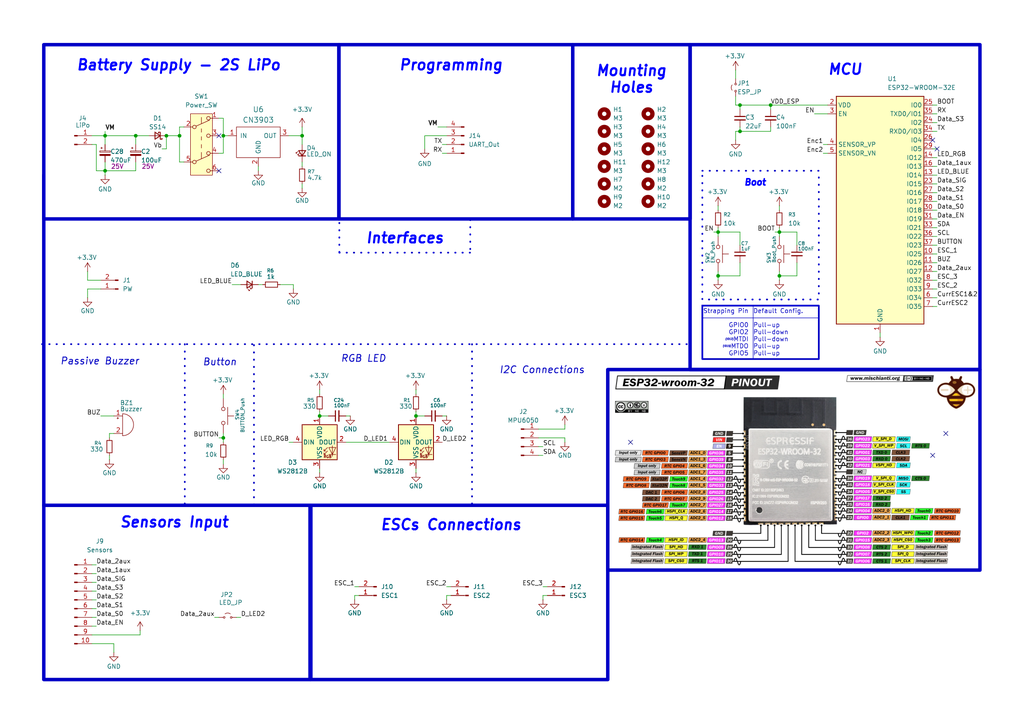
<source format=kicad_sch>
(kicad_sch (version 20250114) (generator "eeschema") (generator_version "9.0")
  (paper "A4")
  (title_block (title "MagicAlonso main control PCB") (date "2025-06-01") (company "JRegi"))
  (lib_symbols
    (symbol "Connector:Conn_01x02_Pin" (pin_names (offset 1.016) (hide yes))
      (property "Reference" "J" (at 0 2.54 0))
      (property "Value" "Conn_01x02_Pin" (at 0 -5.08 0))
      (symbol "Conn_01x02_Pin_1_1"
        (pin passive line (at 5.08 0 180) (length 3.81) (name "Pin_1") (number "1"))
        (pin passive line (at 5.08 -2.54 180) (length 3.81) (name "Pin_2") (number "2"))
      )
    )
    (symbol "Connector:Conn_01x04_Pin" (pin_names (offset 1.016) (hide yes))
      (property "Reference" "J" (at 0 5.08 0))
      (property "Value" "Conn_01x04_Pin" (at 0 -7.62 0))
      (symbol "Conn_01x04_Pin_1_1"
        (pin passive line (at 5.08 2.54 180) (length 3.81) (name "Pin_1") (number "1"))
        (pin passive line (at 5.08 0 180) (length 3.81) (name "Pin_2") (number "2"))
        (pin passive line (at 5.08 -2.54 180) (length 3.81) (name "Pin_3") (number "3"))
        (pin passive line (at 5.08 -5.08 180) (length 3.81) (name "Pin_4") (number "4"))
      )
    )
    (symbol "Connector:Conn_01x10_Pin" (pin_names (offset 1.016) (hide yes))
      (property "Reference" "J" (at 0 12.7 0))
      (property "Value" "Conn_01x10_Pin" (at 0 -15.24 0))
      (symbol "Conn_01x10_Pin_1_1"
        (pin passive line (at 5.08 10.16 180) (length 3.81) (name "Pin_1") (number "1"))
        (pin passive line (at 5.08 7.62 180) (length 3.81) (name "Pin_2") (number "2"))
        (pin passive line (at 5.08 5.08 180) (length 3.81) (name "Pin_3") (number "3"))
        (pin passive line (at 5.08 2.54 180) (length 3.81) (name "Pin_4") (number "4"))
        (pin passive line (at 5.08 0 180) (length 3.81) (name "Pin_5") (number "5"))
        (pin passive line (at 5.08 -2.54 180) (length 3.81) (name "Pin_6") (number "6"))
        (pin passive line (at 5.08 -5.08 180) (length 3.81) (name "Pin_7") (number "7"))
        (pin passive line (at 5.08 -7.62 180) (length 3.81) (name "Pin_8") (number "8"))
        (pin passive line (at 5.08 -10.16 180) (length 3.81) (name "Pin_9") (number "9"))
        (pin passive line (at 5.08 -12.7 180) (length 3.81) (name "Pin_10") (number "10"))
      )
    )
    (symbol "Device:Buzzer" (pin_names (offset 0.0254) (hide yes))
      (property "Reference" "BZ" (at 3.81 1.27 0))
      (property "Value" "Buzzer" (at 3.81 -1.27 0))
      (symbol "Buzzer_1_1"
        (pin passive line (at -2.54 2.54 0) (length 2.54) (name "+") (number "1"))
        (pin passive line (at -2.54 -2.54 0) (length 2.54) (name "-") (number "2"))
      )
    )
    (symbol "Device:C_Polarized_Small" (pin_numbers (hide yes)) (pin_names (offset 0.254) (hide yes))
      (property "Reference" "C" (at 0.254 1.778 0))
      (property "Value" "C_Polarized_Small" (at 0.254 -2.032 0))
      (symbol "C_Polarized_Small_1_1"
        (pin passive line (at 0 2.54 270) (length 1.8542) (name "~") (number "1"))
        (pin passive line (at 0 -2.54 90) (length 1.8542) (name "~") (number "2"))
      )
    )
    (symbol "Device:C_Small" (pin_numbers (hide yes)) (pin_names (offset 0.254) (hide yes))
      (property "Reference" "C" (at 0.254 1.778 0))
      (property "Value" "C_Small" (at 0.254 -2.032 0))
      (symbol "C_Small_1_1"
        (pin passive line (at 0 2.54 270) (length 2.032) (name "~") (number "1"))
        (pin passive line (at 0 -2.54 90) (length 2.032) (name "~") (number "2"))
      )
    )
    (symbol "Device:D_Schottky_Small" (pin_numbers (hide yes)) (pin_names (offset 0.254) (hide yes))
      (property "Reference" "D" (at -1.27 2.032 0))
      (property "Value" "D_Schottky_Small" (at -7.112 -2.032 0))
      (symbol "D_Schottky_Small_1_1"
        (pin passive line (at -2.54 0 0) (length 1.778) (name "K") (number "1"))
        (pin passive line (at 2.54 0 180) (length 1.778) (name "A") (number "2"))
      )
    )
    (symbol "Device:LED_Small" (pin_numbers (hide yes)) (pin_names (offset 0.254) (hide yes))
      (property "Reference" "D" (at -1.27 3.175 0))
      (property "Value" "LED_Small" (at -4.445 -2.54 0))
      (symbol "LED_Small_1_1"
        (pin passive line (at -2.54 0 0) (length 1.778) (name "K") (number "1"))
        (pin passive line (at 2.54 0 180) (length 1.778) (name "A") (number "2"))
      )
    )
    (symbol "Device:R_Small" (pin_numbers (hide yes)) (pin_names (offset 0.254) (hide yes))
      (property "Reference" "R" (at 0 0 90))
      (property "Value" "R_Small" (at 1.778 0 90))
      (symbol "R_Small_1_1"
        (pin passive line (at 0 2.54 270) (length 0.762) (name "~") (number "1"))
        (pin passive line (at 0 -2.54 90) (length 0.762) (name "~") (number "2"))
      )
    )
    (symbol "Jumper:Jumper_2_Small_Open" (pin_numbers (hide yes)) (pin_names (offset 0) (hide yes))
      (property "Reference" "JP" (at 0 2.794 0))
      (property "Value" "Jumper_2_Small_Open" (at 0 -2.286 0))
      (symbol "Jumper_2_Small_Open_1_1"
        (pin passive line (at -2.54 0 0) (length 1.27) (name "A") (number "1"))
        (pin passive line (at 2.54 0 180) (length 1.27) (name "B") (number "2"))
      )
    )
    (symbol "LED:WS2812B" (pin_names (offset 0.254))
      (property "Reference" "D" (at 5.08 5.715 0))
      (property "Value" "WS2812B" (at 1.27 -5.715 0))
      (symbol "WS2812B_0_0"
        (text "RGB" (at 2.286 -4.191 0) (effects (font (size 0.762 0.762))))
      )
      (symbol "WS2812B_1_1"
        (pin input line (at -7.62 0 0) (length 2.54) (name "DIN") (number "4"))
        (pin power_in line (at 0 7.62 270) (length 2.54) (name "VDD") (number "1"))
        (pin power_in line (at 0 -7.62 90) (length 2.54) (name "VSS") (number "3"))
        (pin output line (at 7.62 0 180) (length 2.54) (name "DOUT") (number "2"))
      )
    )
    (symbol "Mechanical:MountingHole" (pin_names (offset 1.016)) (in_bom no)
      (property "Reference" "H" (at 0 5.08 0))
      (property "Value" "MountingHole" (at 0 3.175 0))
    )
    (symbol "MixLib:Mini360" (pin_names (offset 1.016))
      (property "Reference" "U" (at -8.89 -1.016 0))
      (property "Value" "Mini360" (at -4.572 8.128 0))
      (symbol "Mini360_1_1"
        (pin power_in line (at -12.7 3.81 0) (length 2.54) (name "IN") (number "1"))
        (pin power_out line (at -3.81 -5.08 90) (length 2.54) (name "GND") (number "2"))
        (pin power_out line (at 5.08 3.81 180) (length 2.54) (name "OUT") (number "3"))
      )
    )
    (symbol "RF_Module:ESP32-WROOM-32E"
      (property "Reference" "U1" (at 2.1433 38.1 0))
      (property "Value" "ESP32-WROOM-32E" (at 2.1433 35.56 0))
      (symbol "ESP32-WROOM-32E_1_1"
        (pin power_in line (at -15.24 30.48 0) (length 2.54) (name "VDD") (number "2"))
        (pin input line (at -15.24 27.94 0) (length 2.54) (name "EN") (number "3"))
        (pin input line (at -15.24 19.05 0) (length 2.54) (name "SENSOR_VP") (number "4"))
        (pin input line (at -15.24 16.51 0) (length 2.54) (name "SENSOR_VN") (number "5"))
        (pin no_connect line (at -12.7 0 0) (length 2.54) (hide yes) (name "NC") (number "21"))
        (pin no_connect line (at -12.7 -2.54 0) (length 2.54) (hide yes) (name "NC") (number "22"))
        (pin no_connect line (at -12.7 -5.08 0) (length 2.54) (hide yes) (name "NC") (number "17"))
        (pin no_connect line (at -12.7 -7.62 0) (length 2.54) (hide yes) (name "NC") (number "18"))
        (pin no_connect line (at -12.7 -10.16 0) (length 2.54) (hide yes) (name "NC") (number "20"))
        (pin no_connect line (at -12.7 -12.7 0) (length 2.54) (hide yes) (name "NC") (number "19"))
        (pin no_connect line (at -12.7 -27.94 0) (length 2.54) (hide yes) (name "NC") (number "32"))
        (pin power_in line (at 0 -35.56 90) (length 2.54) (name "GND") (number "1"))
        (pin passive line (at 0 -35.56 90) (length 2.54) (hide yes) (name "GND") (number "15"))
        (pin passive line (at 0 -35.56 90) (length 2.54) (hide yes) (name "GND") (number "38"))
        (pin passive line (at 0 -35.56 90) (length 2.54) (hide yes) (name "GND") (number "39"))
        (pin bidirectional line (at 15.24 30.48 180) (length 2.54) (name "IO0") (number "25"))
        (pin bidirectional line (at 15.24 27.94 180) (length 2.54) (name "TXD0/IO1") (number "35"))
        (pin bidirectional line (at 15.24 25.4 180) (length 2.54) (name "IO2") (number "24"))
        (pin bidirectional line (at 15.24 22.86 180) (length 2.54) (name "RXD0/IO3") (number "34"))
        (pin bidirectional line (at 15.24 20.32 180) (length 2.54) (name "IO4") (number "26"))
        (pin bidirectional line (at 15.24 17.78 180) (length 2.54) (name "IO5") (number "29"))
        (pin bidirectional line (at 15.24 15.24 180) (length 2.54) (name "IO12") (number "14"))
        (pin bidirectional line (at 15.24 12.7 180) (length 2.54) (name "IO13") (number "16"))
        (pin bidirectional line (at 15.24 10.16 180) (length 2.54) (name "IO14") (number "13"))
        (pin bidirectional line (at 15.24 7.62 180) (length 2.54) (name "IO15") (number "23"))
        (pin bidirectional line (at 15.24 5.08 180) (length 2.54) (name "IO16") (number "27"))
        (pin bidirectional line (at 15.24 2.54 180) (length 2.54) (name "IO17") (number "28"))
        (pin bidirectional line (at 15.24 0 180) (length 2.54) (name "IO18") (number "30"))
        (pin bidirectional line (at 15.24 -2.54 180) (length 2.54) (name "IO19") (number "31"))
        (pin bidirectional line (at 15.24 -5.08 180) (length 2.54) (name "IO21") (number "33"))
        (pin bidirectional line (at 15.24 -7.62 180) (length 2.54) (name "IO22") (number "36"))
        (pin bidirectional line (at 15.24 -10.16 180) (length 2.54) (name "IO23") (number "37"))
        (pin bidirectional line (at 15.24 -12.7 180) (length 2.54) (name "IO25") (number "10"))
        (pin bidirectional line (at 15.24 -15.24 180) (length 2.54) (name "IO26") (number "11"))
        (pin bidirectional line (at 15.24 -17.78 180) (length 2.54) (name "IO27") (number "12"))
        (pin bidirectional line (at 15.24 -20.32 180) (length 2.54) (name "IO32") (number "8"))
        (pin bidirectional line (at 15.24 -22.86 180) (length 2.54) (name "IO33") (number "9"))
        (pin input line (at 15.24 -25.4 180) (length 2.54) (name "IO34") (number "6"))
        (pin input line (at 15.24 -27.94 180) (length 2.54) (name "IO35") (number "7"))
      )
    )
    (symbol "Switch:SW_Push" (pin_numbers (hide yes)) (pin_names (offset 1.016) (hide yes))
      (property "Reference" "SW" (at 1.27 2.54 0))
      (property "Value" "SW_Push" (at 0 -1.524 0))
      (symbol "SW_Push_0_1"
        (pin passive line (at -5.08 0 0) (length 2.54) (name "1") (number "1"))
        (pin passive line (at 5.08 0 180) (length 2.54) (name "2") (number "2"))
      )
    )
    (symbol "Switch:SW_Push_DPDT" (pin_names (offset 0) (hide yes))
      (property "Reference" "SW" (at 0 10.16 0))
      (property "Value" "SW_Push_DPDT" (at 0 -10.16 0))
      (symbol "SW_Push_DPDT_1_1"
        (pin passive line (at -5.08 5.08 0) (length 2.54) (name "B") (number "2"))
        (pin passive line (at -5.08 -5.08 0) (length 2.54) (name "B") (number "5"))
        (pin passive line (at 5.08 7.62 180) (length 2.54) (name "A") (number "1"))
        (pin passive line (at 5.08 2.54 180) (length 2.54) (name "C") (number "3"))
        (pin passive line (at 5.08 -2.54 180) (length 2.54) (name "A") (number "4"))
        (pin passive line (at 5.08 -7.62 180) (length 2.54) (name "C") (number "6"))
      )
    )
    (symbol "power:+3.3V" (power) (pin_numbers (hide yes)) (pin_names (offset 0) (hide yes))
      (property "Value" "+3.3V" (at 0 3.556 0))
      (symbol "+3.3V_1_1"
        (pin power_in line (at 0 0 90) (length 0) (name "~") (number "1"))
      )
    )
    (symbol "power:GND" (power) (pin_numbers (hide yes)) (pin_names (offset 0) (hide yes))
      (property "Value" "GND" (at 0 -3.81 0))
      (symbol "GND_1_1"
        (pin power_in line (at 0 0 270) (length 0) (name "~") (number "1"))
      )
    )
  )
  (rectangle (start 12.7 12.954) (end 98.298 63.5) (stroke (width 1)))
  (rectangle (start 98.298 12.954) (end 166.116 63.5) (stroke (width 1)))
  (rectangle (start 166.116 12.954) (end 200.152 63.5) (stroke (width 1)))
  (rectangle (start 200.152 12.954) (end 284.226 107.188) (stroke (width 1)))
  (rectangle (start 203.708 88.646) (end 237.49 92.202))
  (rectangle (start 12.7 146.558) (end 89.916 197.104) (stroke (width 1)))
  (rectangle (start 203.708 88.646) (end 237.49 104.14) (stroke (width 0.5)))
  (rectangle (start 203.708 49.53) (end 237.49 86.868) (stroke (width 0.5) (type dot)))
  (rectangle (start 90.17 146.558) (end 176.276 197.104) (stroke (width 1)))
  (rectangle (start 176.276 107.188) (end 284.226 165.354) (stroke (width 1)))
  (text "Strapping Pin\n\nGPIO0\nGPIO2\nMTDI\nMTDO\nGPIO5" (at 217.17 96.52 0) (effects (font (size 1.27 1.27)) (justify right)))
  (text "(IO12)" (at 212.852 98.552 0) (effects (font (size 0.5 0.5) (italic yes)) (justify right)))
  (text "Passive Buzzer" (at 28.956 104.902 0) (effects (font (size 2 2) (thickness 0.25) (italic yes))))
  (text "(IO15)" (at 212.09 100.584 0) (effects (font (size 0.5 0.5) (italic yes)) (justify right)))
  (text "I2C Connectíons" (at 157.226 107.442 0) (effects (font (size 2 2) (thickness 0.25) (italic yes))))
  (text "Mounting\nHoles\n" (at 183.134 23.114 0) (effects (font (size 3 3) (thickness 0.6) (bold yes) (italic yes))))
  (text "Battery Supply - 2S LiPo" (at 51.816 19.05 0) (effects (font (size 3 3) (thickness 0.6) (bold yes) (italic yes))))
  (text "Sensors Input" (at 50.546 151.638 0) (effects (font (size 3 3) (thickness 0.6) (bold yes) (italic yes))))
  (text "MCU" (at 245.11 20.32 0) (effects (font (size 3 3) (thickness 0.6) (bold yes) (italic yes))))
  (text "ESCs Connections" (at 130.81 152.4 0) (effects (font (size 3 3) (thickness 0.6) (bold yes) (italic yes))))
  (text "Boot " (at 219.71 53.086 0) (effects (font (size 1.8 1.8) (thickness 0.6) (bold yes) (italic yes))))
  (text "RGB LED\n" (at 105.41 104.14 0) (effects (font (size 2 2) (thickness 0.25) (italic yes))))
  (text "Button" (at 63.754 105.156 0) (effects (font (size 2 2) (thickness 0.25) (italic yes))))
  (text "Interfaces" (at 117.475 69.215 0) (effects (font (size 3 3) (thickness 0.6) (bold yes) (italic yes))))
  (text "Default Config.\n\nPull-up\nPull-down\nPull-down\nPull-up\nPull-up" (at 218.44 96.52 0) (effects (font (size 1.27 1.27)) (justify left)))
  (text "Programming" (at 130.81 19.05 0) (effects (font (size 3 3) (thickness 0.6) (bold yes) (italic yes))))
  (junction (at 52.07 39.37))
  (junction (at 87.63 39.37))
  (junction (at 214.63 30.48))
  (junction (at 226.06 67.31))
  (junction (at 208.28 80.01))
  (junction (at 92.71 120.65))
  (junction (at 223.52 30.48))
  (junction (at 226.06 80.01))
  (junction (at 48.26 39.37))
  (junction (at 30.48 39.37))
  (junction (at 30.48 49.53))
  (junction (at 64.77 127))
  (junction (at 39.37 39.37))
  (junction (at 214.63 38.1))
  (junction (at 120.65 120.65))
  (junction (at 64.77 39.37))
  (junction (at 208.28 67.31))
  (no_connect (at 270.51 132.08))
  (no_connect (at 63.5 49.53))
  (no_connect (at 63.5 39.37))
  (no_connect (at 270.51 40.64))
  (no_connect (at 274.32 125.73))
  (no_connect (at 182.88 128.27))
  (no_connect (at 271.78 43.18))
  (wire (pts (xy 226.06 59.69) (xy 226.06 60.96)))
  (wire (pts (xy 156.21 132.08) (xy 157.48 132.08)))
  (wire (pts (xy 27.94 181.61) (xy 26.67 181.61)))
  (wire (pts (xy 30.48 49.53) (xy 30.48 50.8)))
  (wire (pts (xy 26.67 186.69) (xy 33.02 186.69)))
  (wire (pts (xy 223.52 38.1) (xy 223.52 36.83)))
  (wire (pts (xy 25.4 86.36) (xy 25.4 83.82)))
  (polyline (pts (xy 136.398 63.754) (xy 136.398 72.39)) (stroke (width 0.5) (type dot)))
  (wire (pts (xy 231.14 71.12) (xy 231.14 67.31)))
  (wire (pts (xy 101.6 120.65) (xy 100.33 120.65)))
  (wire (pts (xy 120.65 119.38) (xy 120.65 120.65)))
  (wire (pts (xy 163.83 124.46) (xy 156.21 124.46)))
  (wire (pts (xy 271.78 88.9) (xy 270.51 88.9)))
  (wire (pts (xy 27.94 49.53) (xy 30.48 49.53)))
  (wire (pts (xy 271.78 71.12) (xy 270.51 71.12)))
  (wire (pts (xy 92.71 135.89) (xy 92.71 137.16)))
  (wire (pts (xy 157.48 173.99) (xy 157.48 172.72)))
  (wire (pts (xy 129.54 170.18) (xy 130.81 170.18)))
  (wire (pts (xy 25.4 81.28) (xy 29.21 81.28)))
  (wire (pts (xy 270.51 68.58) (xy 271.78 68.58)))
  (wire (pts (xy 83.82 128.27) (xy 85.09 128.27)))
  (wire (pts (xy 92.71 120.65) (xy 95.25 120.65)))
  (wire (pts (xy 271.78 86.36) (xy 270.51 86.36)))
  (wire (pts (xy 26.67 184.15) (xy 40.64 184.15)))
  (wire (pts (xy 231.14 67.31) (xy 226.06 67.31)))
  (wire (pts (xy 33.02 186.69) (xy 33.02 189.23)))
  (wire (pts (xy 226.06 78.74) (xy 226.06 80.01)))
  (wire (pts (xy 213.36 20.32) (xy 213.36 22.86)))
  (wire (pts (xy 163.83 128.27) (xy 163.83 127)))
  (wire (pts (xy 33.02 125.73) (xy 31.75 125.73)))
  (wire (pts (xy 208.28 78.74) (xy 208.28 80.01)))
  (wire (pts (xy 39.37 46.99) (xy 39.37 49.53)))
  (wire (pts (xy 271.78 73.66) (xy 270.51 73.66)))
  (wire (pts (xy 163.83 123.19) (xy 163.83 124.46)))
  (wire (pts (xy 271.78 78.74) (xy 270.51 78.74)))
  (wire (pts (xy 27.94 166.37) (xy 26.67 166.37)))
  (wire (pts (xy 213.36 38.1) (xy 214.63 38.1)))
  (wire (pts (xy 270.51 76.2) (xy 271.78 76.2)))
  (wire (pts (xy 214.63 30.48) (xy 214.63 31.75)))
  (wire (pts (xy 271.78 55.88) (xy 270.51 55.88)))
  (wire (pts (xy 271.78 48.26) (xy 270.51 48.26)))
  (wire (pts (xy 87.63 39.37) (xy 87.63 41.91)))
  (wire (pts (xy 208.28 59.69) (xy 208.28 60.96)))
  (wire (pts (xy 123.19 39.37) (xy 123.19 43.18)))
  (wire (pts (xy 270.51 30.48) (xy 271.78 30.48)))
  (polyline (pts (xy 136.906 99.822) (xy 136.906 146.558)) (stroke (width 0.5) (type dot)))
  (wire (pts (xy 213.36 27.94) (xy 213.36 30.48)))
  (wire (pts (xy 52.07 46.99) (xy 52.07 39.37)))
  (wire (pts (xy 129.54 172.72) (xy 130.81 172.72)))
  (polyline (pts (xy 53.594 99.822) (xy 53.594 146.558)) (stroke (width 0.5) (type dot)))
  (wire (pts (xy 26.67 39.37) (xy 30.48 39.37)))
  (wire (pts (xy 27.94 176.53) (xy 26.67 176.53)))
  (wire (pts (xy 214.63 67.31) (xy 208.28 67.31)))
  (wire (pts (xy 270.51 43.18) (xy 271.78 43.18)))
  (wire (pts (xy 128.27 44.45) (xy 129.54 44.45)))
  (wire (pts (xy 214.63 38.1) (xy 223.52 38.1)))
  (wire (pts (xy 27.94 168.91) (xy 26.67 168.91)))
  (wire (pts (xy 64.77 44.45) (xy 64.77 39.37)))
  (wire (pts (xy 129.54 173.99) (xy 129.54 172.72)))
  (wire (pts (xy 208.28 67.31) (xy 208.28 68.58)))
  (wire (pts (xy 85.09 82.55) (xy 81.28 82.55)))
  (wire (pts (xy 271.78 60.96) (xy 270.51 60.96)))
  (wire (pts (xy 63.5 44.45) (xy 64.77 44.45)))
  (wire (pts (xy 236.22 33.02) (xy 240.03 33.02)))
  (wire (pts (xy 67.31 82.55) (xy 69.85 82.55)))
  (wire (pts (xy 30.48 39.37) (xy 39.37 39.37)))
  (wire (pts (xy 270.51 50.8) (xy 271.78 50.8)))
  (wire (pts (xy 271.78 81.28) (xy 270.51 81.28)))
  (wire (pts (xy 213.36 30.48) (xy 214.63 30.48)))
  (wire (pts (xy 30.48 39.37) (xy 30.48 41.91)))
  (wire (pts (xy 87.63 46.99) (xy 87.63 48.26)))
  (wire (pts (xy 31.75 132.08) (xy 31.75 133.35)))
  (wire (pts (xy 207.01 67.31) (xy 208.28 67.31)))
  (wire (pts (xy 271.78 45.72) (xy 270.51 45.72)))
  (wire (pts (xy 271.78 53.34) (xy 270.51 53.34)))
  (wire (pts (xy 92.71 113.03) (xy 92.71 114.3)))
  (wire (pts (xy 120.65 135.89) (xy 120.65 137.16)))
  (wire (pts (xy 214.63 38.1) (xy 214.63 36.83)))
  (wire (pts (xy 100.33 128.27) (xy 113.03 128.27)))
  (wire (pts (xy 29.21 120.65) (xy 33.02 120.65)))
  (wire (pts (xy 74.93 48.26) (xy 74.93 49.53)))
  (wire (pts (xy 27.94 41.91) (xy 27.94 49.53)))
  (wire (pts (xy 25.4 83.82) (xy 29.21 83.82)))
  (wire (pts (xy 270.51 35.56) (xy 271.78 35.56)))
  (wire (pts (xy 102.87 173.99) (xy 102.87 172.72)))
  (wire (pts (xy 226.06 67.31) (xy 226.06 68.58)))
  (wire (pts (xy 64.77 39.37) (xy 64.77 34.29)))
  (wire (pts (xy 52.07 39.37) (xy 52.07 36.83)))
  (wire (pts (xy 129.54 120.65) (xy 128.27 120.65)))
  (wire (pts (xy 208.28 66.04) (xy 208.28 67.31)))
  (wire (pts (xy 231.14 80.01) (xy 226.06 80.01)))
  (wire (pts (xy 64.77 127) (xy 64.77 128.27)))
  (wire (pts (xy 163.83 127) (xy 156.21 127)))
  (wire (pts (xy 271.78 83.82) (xy 270.51 83.82)))
  (wire (pts (xy 270.51 33.02) (xy 271.78 33.02)))
  (wire (pts (xy 102.87 170.18) (xy 104.14 170.18)))
  (wire (pts (xy 63.5 127) (xy 64.77 127)))
  (wire (pts (xy 85.09 83.82) (xy 85.09 82.55)))
  (wire (pts (xy 238.76 44.45) (xy 240.03 44.45)))
  (wire (pts (xy 157.48 172.72) (xy 158.75 172.72)))
  (wire (pts (xy 238.76 41.91) (xy 240.03 41.91)))
  (wire (pts (xy 128.27 41.91) (xy 129.54 41.91)))
  (wire (pts (xy 120.65 113.03) (xy 120.65 114.3)))
  (wire (pts (xy 87.63 53.34) (xy 87.63 54.61)))
  (wire (pts (xy 74.93 82.55) (xy 76.2 82.55)))
  (wire (pts (xy 30.48 38.1) (xy 30.48 39.37)))
  (polyline (pts (xy 98.425 64.643) (xy 98.425 73.279)) (stroke (width 0.5) (type dot)))
  (wire (pts (xy 30.48 49.53) (xy 39.37 49.53)))
  (wire (pts (xy 129.54 39.37) (xy 123.19 39.37)))
  (wire (pts (xy 271.78 58.42) (xy 270.51 58.42)))
  (wire (pts (xy 223.52 30.48) (xy 223.52 31.75)))
  (polyline (pts (xy 218.44 88.9) (xy 218.44 104.14)))
  (wire (pts (xy 255.27 97.79) (xy 255.27 96.52)))
  (wire (pts (xy 68.58 179.07) (xy 69.85 179.07)))
  (wire (pts (xy 52.07 36.83) (xy 53.34 36.83)))
  (polyline (pts (xy 98.425 73.279) (xy 137.033 73.279)) (stroke (width 0.5) (type dot)))
  (wire (pts (xy 48.26 43.18) (xy 48.26 39.37)))
  (wire (pts (xy 39.37 39.37) (xy 43.18 39.37)))
  (wire (pts (xy 157.48 170.18) (xy 158.75 170.18)))
  (wire (pts (xy 214.63 80.01) (xy 208.28 80.01)))
  (wire (pts (xy 40.64 184.15) (xy 40.64 182.88)))
  (wire (pts (xy 226.06 66.04) (xy 226.06 67.31)))
  (wire (pts (xy 25.4 78.74) (xy 25.4 81.28)))
  (wire (pts (xy 27.94 179.07) (xy 26.67 179.07)))
  (wire (pts (xy 231.14 76.2) (xy 231.14 80.01)))
  (wire (pts (xy 27.94 163.83) (xy 26.67 163.83)))
  (wire (pts (xy 224.79 67.31) (xy 226.06 67.31)))
  (polyline (pts (xy 12.192 99.822) (xy 200.406 99.822)) (stroke (width 0.5) (type dot)))
  (wire (pts (xy 223.52 30.48) (xy 240.03 30.48)))
  (wire (pts (xy 208.28 80.01) (xy 208.28 81.28)))
  (wire (pts (xy 48.26 39.37) (xy 52.07 39.37)))
  (wire (pts (xy 31.75 125.73) (xy 31.75 127)))
  (wire (pts (xy 46.99 43.18) (xy 48.26 43.18)))
  (wire (pts (xy 214.63 76.2) (xy 214.63 80.01)))
  (wire (pts (xy 64.77 114.3) (xy 64.77 115.57)))
  (wire (pts (xy 27.94 41.91) (xy 26.67 41.91)))
  (wire (pts (xy 213.36 38.1) (xy 213.36 40.64)))
  (wire (pts (xy 120.65 120.65) (xy 123.19 120.65)))
  (wire (pts (xy 27.94 171.45) (xy 26.67 171.45)))
  (wire (pts (xy 30.48 46.99) (xy 30.48 49.53)))
  (wire (pts (xy 271.78 63.5) (xy 270.51 63.5)))
  (wire (pts (xy 39.37 39.37) (xy 39.37 41.91)))
  (polyline (pts (xy 73.66 100.076) (xy 73.66 146.812)) (stroke (width 0.5) (type dot)))
  (wire (pts (xy 92.71 119.38) (xy 92.71 120.65)))
  (wire (pts (xy 64.77 125.73) (xy 64.77 127)))
  (wire (pts (xy 27.94 173.99) (xy 26.67 173.99)))
  (wire (pts (xy 64.77 133.35) (xy 64.77 134.62)))
  (wire (pts (xy 83.82 39.37) (xy 87.63 39.37)))
  (wire (pts (xy 87.63 36.83) (xy 87.63 39.37)))
  (wire (pts (xy 102.87 172.72) (xy 104.14 172.72)))
  (wire (pts (xy 64.77 34.29) (xy 63.5 34.29)))
  (wire (pts (xy 270.51 38.1) (xy 271.78 38.1)))
  (wire (pts (xy 156.21 129.54) (xy 157.48 129.54)))
  (wire (pts (xy 53.34 46.99) (xy 52.07 46.99)))
  (polyline (pts (xy 12.7 50.8) (xy 12.7 146.558)) (stroke (width 1) (type solid)))
  (wire (pts (xy 127 36.83) (xy 129.54 36.83)))
  (wire (pts (xy 64.77 39.37) (xy 66.04 39.37)))
  (wire (pts (xy 226.06 80.01) (xy 226.06 81.28)))
  (wire (pts (xy 270.51 66.04) (xy 271.78 66.04)))
  (wire (pts (xy 214.63 30.48) (xy 223.52 30.48)))
  (wire (pts (xy 214.63 71.12) (xy 214.63 67.31)))
  (wire (pts (xy 62.23 179.07) (xy 63.5 179.07)))
  (image (at 230.632 136.398) (scale 0.154297))
  (label "LED_RGB" (at 83.82 128.27 180))
  (label "BOOT" (at 271.78 30.48 0))
  (label "Data_S1" (at 27.94 176.53 0))
  (label "TX" (at 128.27 41.91 180))
  (label "D_LED2" (at 69.85 179.07 0))
  (label "Data_SIG" (at 271.78 53.34 0))
  (label "Data_S2" (at 27.94 173.99 0))
  (label "ESC_1" (at 102.87 170.18 180))
  (label "Vb" (at 46.99 43.18 180))
  (label "SDA" (at 157.48 132.08 0))
  (label "LED_RGB" (at 271.78 45.72 0))
  (label "EN" (at 236.22 33.02 180))
  (label "ESC_2" (at 129.54 170.18 180))
  (label "BUZ" (at 29.21 120.65 180))
  (label "ESC_3" (at 157.48 170.18 180))
  (label "VDD_ESP" (at 223.52 30.48 0))
  (label "Data_EN" (at 27.94 181.61 0))
  (label "SCL" (at 271.78 68.58 0))
  (label "Data_2aux" (at 271.78 78.74 0))
  (label "Data_S1" (at 271.78 58.42 0))
  (label "ESC_2" (at 271.78 83.82 0))
  (label "Data_S3" (at 271.78 35.56 0))
  (label "Data_1aux" (at 271.78 48.26 0))
  (label "ESC_1" (at 271.78 73.66 0))
  (label "Data_2aux" (at 62.23 179.07 180))
  (label "TX" (at 271.78 38.1 0))
  (label "Enc1" (at 238.76 41.91 180))
  (label "CurrESC1&2" (at 271.78 86.36 0))
  (label "Data_SIG" (at 27.94 168.91 0))
  (label "BUTTON" (at 63.5 127 180))
  (label "LED_BLUE" (at 271.78 50.8 0))
  (label "BUZ" (at 271.78 76.2 0))
  (label "RX" (at 128.27 44.45 180))
  (label "Data_S0" (at 271.78 60.96 0))
  (label "SCL" (at 157.48 129.54 0))
  (label "Data_S2" (at 271.78 55.88 0))
  (label "Data_1aux" (at 27.94 166.37 0))
  (label "D_LED1" (at 105.41 128.27 0))
  (label "D_LED2" (at 128.27 128.27 0))
  (label "Data_EN" (at 271.78 63.5 0))
  (label "Enc2" (at 238.76 44.45 180))
  (label "BUTTON" (at 271.78 71.12 0))
  (label "LED_BLUE" (at 67.31 82.55 180))
  (label "CurrESC2" (at 271.78 88.9 0))
  (label "EN" (at 207.01 67.31 180))
  (label "VM" (at 30.48 38.1 0) (effects (font (thickness 0.254) (bold yes))))
  (label "Data_S0" (at 27.94 179.07 0))
  (label "Data_2aux" (at 27.94 163.83 0))
  (label "ESC_3" (at 271.78 81.28 0))
  (label "Data_S3" (at 27.94 171.45 0))
  (label "RX" (at 271.78 33.02 0))
  (label "SDA" (at 271.78 66.04 0))
  (label "BOOT" (at 224.79 67.31 180))
  (label "VM" (at 127 36.83 180) (effects (font (thickness 0.254) (bold yes))))
  (symbol (lib_id "Device:R_Small") (at 120.65 116.84 180) (unit 1)
    (property "Reference" "R1" (at 119.126 116.078 0) (effects (font (size 1.016 1.016)) (justify left)))
    (property "Value" "330" (at 119.634 117.856 0) (effects (justify left)))
    (property "Footprint" "Resistor_SMD:R_0805_2012Metric" (effects (hide yes)))
    (property "Description" "Resistor, small symbol" (effects (hide yes)))
  )
  (symbol (lib_id "Jumper:Jumper_2_Small_Open") (at 66.04 179.07 0) (unit 1)
    (property "Reference" "JP2" (at 67.564 172.466 0) (effects (justify right)))
    (property "Value" "LED_JP" (at 70.358 174.752 0) (effects (justify right)))
    (property "Footprint" "Resistor_SMD:R_1206_3216Metric" (effects (hide yes)))
    (property "Description" "Jumper, 2-pole, small symbol, open" (effects (hide yes)))
  )
  (symbol (lib_id "LED:WS2812B") (at 92.71 128.27 0) (unit 1)
    (property "Reference" "D3" (at 84.836 134.112 0))
    (property "Value" "WS2812B" (at 84.836 136.652 0))
    (property "Footprint" "LED_SMD:LED_WS2812B_PLCC4_5.0x5.0mm_P3.2mm" (effects (hide yes)))
    (property "Datasheet" "https://cdn-shop.adafruit.com/datasheets/WS2812B.pdf" (effects (hide yes)))
    (property "Description" "RGB LED with integrated controller" (effects (hide yes)))
  )
  (symbol (lib_id "Connector:Conn_01x02_Pin") (at 135.89 172.72 180) (unit 1)
    (property "Reference" "J11" (at 137.16 170.1799 0) (effects (justify right)))
    (property "Value" "ESC2" (at 137.16 172.7199 0) (effects (justify right)))
    (property "Footprint" "Connector_JST:JST_XH_S2B-XH-A_1x02_P2.50mm_Horizontal" (effects (hide yes)))
    (property "Description" "Generic connector, single row, 01x02, script generated" (effects (hide yes)))
  )
  (symbol (lib_id "Device:C_Polarized_Small") (at 39.37 44.45 0) (unit 1)
    (property "Reference" "C2" (at 40.894 43.942 0) (effects (justify left)))
    (property "Value" "100uF" (at 40.894 46.482 0) (effects (justify left)))
    (property "Footprint" "Capacitor_THT:CP_Radial_D8.0mm_P3.50mm" (effects (hide yes)))
    (property "Description" "Polarized capacitor, small symbol" (effects (hide yes)))
    (property "Max Tension" "25V" (at 42.926 48.26 0))
  )
  (symbol (lib_id "Mechanical:MountingHole") (at 175.26 43.18 0) (unit 1) (in_bom no)
    (property "Reference" "H5" (at 177.8 41.9099 0) (effects (justify left)))
    (property "Value" "M3" (at 177.8 44.4499 0) (effects (justify left)))
    (property "Footprint" "MountingHole:MountingHole_3mm" (effects (hide yes)))
    (property "Description" "Mounting Hole without connection" (effects (hide yes)))
  )
  (symbol (lib_id "power:+3.3V") (at 120.65 113.03 0) (unit 1)
    (property "Reference" "#PWR014" (effects (hide yes)))
    (property "Value" "+3.3V" (at 120.396 108.966 0))
    (property "Description" "Power symbol creates a global label with name \"+3.3V\"" (effects (hide yes)))
  )
  (symbol (lib_id "power:GND") (at 87.63 54.61 0) (unit 1)
    (property "Reference" "#PWR011" (effects (hide yes)))
    (property "Value" "GND" (at 87.63 58.166 0))
    (property "Description" "Power symbol creates a global label with name \"GND\" , ground" (effects (hide yes)))
  )
  (symbol (lib_id "power:GND") (at 213.36 40.64 0) (unit 1)
    (property "Reference" "#PWR06" (effects (hide yes)))
    (property "Value" "GND" (at 213.36 44.704 0))
    (property "Description" "Power symbol creates a global label with name \"GND\" , ground" (effects (hide yes)))
  )
  (symbol (lib_id "power:GND") (at 120.65 137.16 0) (unit 1)
    (property "Reference" "#PWR021" (effects (hide yes)))
    (property "Value" "GND" (at 120.65 140.97 0))
    (property "Description" "Power symbol creates a global label with name \"GND\" , ground" (effects (hide yes)))
  )
  (symbol (lib_id "Jumper:Jumper_2_Small_Open") (at 213.36 25.4 90) (unit 1)
    (property "Reference" "JP1" (at 213.868 24.13 90) (effects (justify right)))
    (property "Value" "ESP_JP" (at 213.868 26.67 90) (effects (justify right)))
    (property "Footprint" "Resistor_SMD:R_1206_3216Metric" (effects (hide yes)))
    (property "Description" "Jumper, 2-pole, small symbol, open" (effects (hide yes)))
  )
  (symbol (lib_id "Device:C_Small") (at 223.52 34.29 0) (unit 1)
    (property "Reference" "C4" (at 225.044 34.036 0) (effects (justify left)))
    (property "Value" "100nF" (at 225.044 36.576 0) (effects (justify left)))
    (property "Footprint" "Capacitor_SMD:C_0805_2012Metric" (effects (hide yes)))
    (property "Description" "Unpolarized capacitor, small symbol" (effects (hide yes)))
  )
  (symbol (lib_id "Device:R_Small") (at 31.75 129.54 0) (unit 1)
    (property "Reference" "R4" (at 29.464 128.524 0) (effects (font (size 1.016 1.016)) (justify right)))
    (property "Value" "330" (at 29.972 130.302 0) (effects (justify right)))
    (property "Footprint" "Resistor_SMD:R_0805_2012Metric" (effects (hide yes)))
    (property "Description" "Resistor, small symbol" (effects (hide yes)))
  )
  (symbol (lib_id "Switch:SW_Push") (at 208.28 73.66 270) (unit 1)
    (property "Reference" "SW2" (at 205.232 73.152 0) (effects (font (size 1 1)) (justify left)))
    (property "Value" "EN_Push" (at 206.756 69.85 0) (effects (font (size 1 1)) (justify left)))
    (property "Footprint" "MixLib:SW_Push_SPST_NO_Alps_SKRK_Handsolder" (effects (hide yes)))
    (property "Description" "Push button switch, generic, two pins" (effects (hide yes)))
  )
  (symbol (lib_id "Device:C_Small") (at 214.63 34.29 0) (unit 1)
    (property "Reference" "C3" (at 216.154 34.036 0) (effects (justify left)))
    (property "Value" "22uF" (at 216.154 36.576 0) (effects (justify left)))
    (property "Footprint" "Capacitor_SMD:C_0805_2012Metric" (effects (hide yes)))
    (property "Description" "Unpolarized capacitor, small symbol" (effects (hide yes)))
  )
  (symbol (lib_id "power:+3.3V") (at 208.28 59.69 0) (unit 1)
    (property "Reference" "#PWR09" (effects (hide yes)))
    (property "Value" "+3.3V" (at 208.026 55.626 0))
    (property "Description" "Power symbol creates a global label with name \"+3.3V\"" (effects (hide yes)))
  )
  (symbol (lib_id "power:GND") (at 163.83 128.27 0) (unit 1)
    (property "Reference" "#PWR017" (effects (hide yes)))
    (property "Value" "GND" (at 163.83 132.08 0))
    (property "Description" "Power symbol creates a global label with name \"GND\" , ground" (effects (hide yes)))
  )
  (symbol (lib_id "Switch:SW_Push_DPDT") (at 58.42 41.91 0) (unit 1)
    (property "Reference" "SW1" (at 58.42 27.94 0))
    (property "Value" "Power_SW" (at 58.42 30.48 0))
    (property "Footprint" "Button_Switch_THT:SW_Push_2P2T_Toggle_CK_PVA2OAH5xxxxxxV2" (effects (hide yes)))
    (property "Description" "Momentary Switch, dual pole double throw" (effects (hide yes)))
  )
  (symbol (lib_id "power:+3.3V") (at 40.64 182.88 0) (unit 1)
    (property "Reference" "#PWR03" (effects (hide yes)))
    (property "Value" "+3.3V" (at 40.64 177.8 0))
    (property "Description" "Power symbol creates a global label with name \"+3.3V\"" (effects (hide yes)))
  )
  (symbol (lib_id "power:GND") (at 64.77 134.62 0) (unit 1)
    (property "Reference" "#PWR033" (effects (hide yes)))
    (property "Value" "GND" (at 64.77 138.43 0))
    (property "Description" "Power symbol creates a global label with name \"GND\" , ground" (effects (hide yes)))
  )
  (symbol (lib_id "Mechanical:MountingHole") (at 187.96 48.26 0) (unit 1) (in_bom no)
    (property "Reference" "H12" (at 190.5 46.9899 0) (effects (justify left)))
    (property "Value" "M3" (at 190.5 49.5299 0) (effects (justify left)))
    (property "Footprint" "MountingHole:MountingHole_3mm" (effects (hide yes)))
    (property "Description" "Mounting Hole without connection" (effects (hide yes)))
  )
  (symbol (lib_id "Connector:Conn_01x10_Pin") (at 21.59 173.99 0) (unit 1)
    (property "Reference" "J9" (at 28.956 156.972 0))
    (property "Value" "Sensors" (at 28.956 159.512 0))
    (property "Footprint" "Connector_JST:JST_XH_S10B-XH-A_1x10_P2.50mm_Horizontal" (effects (hide yes)))
    (property "Description" "Generic connector, single row, 01x10, script generated" (effects (hide yes)))
  )
  (symbol (lib_id "power:+3.3V") (at 213.36 20.32 0) (unit 1)
    (property "Reference" "#PWR01" (effects (hide yes)))
    (property "Value" "+3.3V" (at 213.106 16.256 0))
    (property "Description" "Power symbol creates a global label with name \"+3.3V\"" (effects (hide yes)))
  )
  (symbol (lib_id "power:GND") (at 25.4 86.36 0) (unit 1)
    (property "Reference" "#PWR013" (effects (hide yes)))
    (property "Value" "GND" (at 25.4 90.17 0))
    (property "Description" "Power symbol creates a global label with name \"GND\" , ground" (effects (hide yes)))
  )
  (symbol (lib_id "power:GND") (at 129.54 120.65 0) (unit 1)
    (property "Reference" "#PWR018" (effects (hide yes)))
    (property "Value" "GND" (at 129.54 124.46 0))
    (property "Description" "Power symbol creates a global label with name \"GND\" , ground" (effects (hide yes)))
  )
  (symbol (lib_id "power:GND") (at 208.28 81.28 0) (unit 1)
    (property "Reference" "#PWR019" (effects (hide yes)))
    (property "Value" "GND" (at 208.28 85.344 0))
    (property "Description" "Power symbol creates a global label with name \"GND\" , ground" (effects (hide yes)))
  )
  (symbol (lib_id "power:+3.3V") (at 92.71 113.03 0) (unit 1)
    (property "Reference" "#PWR028" (effects (hide yes)))
    (property "Value" "+3.3V" (at 92.456 108.966 0))
    (property "Description" "Power symbol creates a global label with name \"+3.3V\"" (effects (hide yes)))
  )
  (symbol (lib_id "Device:Buzzer") (at 35.56 123.19 0) (unit 1)
    (property "Reference" "BZ1" (at 34.798 116.84 0) (effects (justify left)))
    (property "Value" "Buzzer" (at 34.798 118.618 0) (effects (justify left)))
    (property "Footprint" "Buzzer_Beeper:Buzzer_12x9.5RM7.6" (effects (hide yes)))
    (property "Description" "Buzzer, polarized" (effects (hide yes)))
  )
  (symbol (lib_id "power:+3.3V") (at 163.83 123.19 0) (unit 1)
    (property "Reference" "#PWR015" (effects (hide yes)))
    (property "Value" "+3.3V" (at 163.576 119.126 0))
    (property "Description" "Power symbol creates a global label with name \"+3.3V\"" (effects (hide yes)))
  )
  (symbol (lib_id "power:+3.3V") (at 64.77 114.3 0) (unit 1)
    (property "Reference" "#PWR029" (effects (hide yes)))
    (property "Value" "+3.3V" (at 64.516 110.236 0))
    (property "Description" "Power symbol creates a global label with name \"+3.3V\"" (effects (hide yes)))
  )
  (symbol (lib_id "power:GND") (at 30.48 50.8 0) (unit 1)
    (property "Reference" "#PWR04" (effects (hide yes)))
    (property "Value" "GND" (at 30.48 54.864 0))
    (property "Description" "Power symbol creates a global label with name \"GND\" , ground" (effects (hide yes)))
  )
  (symbol (lib_id "Device:C_Small") (at 125.73 120.65 90) (unit 1)
    (property "Reference" "C6" (at 127.762 116.078 90) (effects (font (size 1 1)) (justify left)))
    (property "Value" "100nF" (at 129.54 117.602 90) (effects (font (size 1 1)) (justify left)))
    (property "Footprint" "Capacitor_SMD:C_0805_2012Metric" (effects (hide yes)))
    (property "Description" "Unpolarized capacitor, small symbol" (effects (hide yes)))
  )
  (symbol (lib_id "Connector:Conn_01x02_Pin") (at 163.83 172.72 180) (unit 1)
    (property "Reference" "J12" (at 165.1 170.1799 0) (effects (justify right)))
    (property "Value" "ESC3" (at 165.1 172.7199 0) (effects (justify right)))
    (property "Footprint" "Connector_JST:JST_XH_S2B-XH-A_1x02_P2.50mm_Horizontal" (effects (hide yes)))
    (property "Description" "Generic connector, single row, 01x02, script generated" (effects (hide yes)))
  )
  (symbol (lib_id "Device:R_Small") (at 92.71 116.84 180) (unit 1)
    (property "Reference" "R5" (at 91.186 116.078 0) (effects (font (size 1.016 1.016)) (justify left)))
    (property "Value" "330" (at 91.694 117.856 0) (effects (justify left)))
    (property "Footprint" "Resistor_SMD:R_0805_2012Metric" (effects (hide yes)))
    (property "Description" "Resistor, small symbol" (effects (hide yes)))
  )
  (symbol (lib_id "Mechanical:MountingHole") (at 175.26 53.34 0) (unit 1) (in_bom no)
    (property "Reference" "H7" (at 177.8 52.0699 0) (effects (justify left)))
    (property "Value" "M2" (at 177.8 54.6099 0) (effects (justify left)))
    (property "Footprint" "MountingHole:MountingHole_2.2mm_M2" (effects (hide yes)))
    (property "Description" "Mounting Hole without connection" (effects (hide yes)))
  )
  (symbol (lib_id "Device:R_Small") (at 226.06 63.5 180) (unit 1)
    (property "Reference" "R3" (at 228.6 62.2299 0) (effects (font (size 1.016 1.016)) (justify right)))
    (property "Value" "10k" (at 228.6 64.7699 0) (effects (justify right)))
    (property "Footprint" "Resistor_SMD:R_0603_1608Metric" (effects (hide yes)))
    (property "Description" "Resistor, small symbol" (effects (hide yes)))
  )
  (symbol (lib_id "Connector:Conn_01x02_Pin") (at 21.59 39.37 0) (unit 1)
    (property "Reference" "J4" (at 25.146 34.29 0) (effects (justify right)))
    (property "Value" "LiPo" (at 26.162 36.322 0) (effects (justify right)))
    (property "Footprint" "Connector_JST:JST_XH_S2B-XH-A_1x02_P2.50mm_Horizontal" (effects (hide yes)))
    (property "Description" "Generic connector, single row, 01x02, script generated" (effects (hide yes)))
  )
  (symbol (lib_id "Mechanical:MountingHole") (at 187.96 58.42 0) (unit 1) (in_bom no)
    (property "Reference" "H10" (at 190.5 57.1499 0) (effects (justify left)))
    (property "Value" "M2" (at 190.5 59.6899 0) (effects (justify left)))
    (property "Footprint" "MountingHole:MountingHole_2.2mm_M2" (effects (hide yes)))
    (property "Description" "Mounting Hole without connection" (effects (hide yes)))
  )
  (symbol (lib_id "power:GND") (at 157.48 173.99 0) (unit 1)
    (property "Reference" "#PWR041" (effects (hide yes)))
    (property "Value" "GND" (at 157.48 177.8 0))
    (property "Description" "Power symbol creates a global label with name \"GND\" , ground" (effects (hide yes)))
  )
  (symbol (lib_id "Mechanical:MountingHole") (at 175.26 48.26 0) (unit 1) (in_bom no)
    (property "Reference" "H11" (at 177.8 46.9899 0) (effects (justify left)))
    (property "Value" "M3" (at 177.8 49.5299 0) (effects (justify left)))
    (property "Footprint" "MountingHole:MountingHole_3mm" (effects (hide yes)))
    (property "Description" "Mounting Hole without connection" (effects (hide yes)))
  )
  (symbol (lib_id "Device:R_Small") (at 78.74 82.55 90) (unit 1)
    (property "Reference" "R6" (at 79.502 78.486 90) (effects (font (size 1.016 1.016)) (justify left)))
    (property "Value" "1k" (at 79.756 80.264 90) (effects (justify left)))
    (property "Footprint" "Resistor_SMD:R_0603_1608Metric" (effects (hide yes)))
    (property "Description" "Resistor, small symbol" (effects (hide yes)))
  )
  (symbol (lib_id "Device:LED_Small") (at 72.39 82.55 180) (unit 1)
    (property "Reference" "D6" (at 66.802 76.962 0) (effects (justify right)))
    (property "Value" "LED_BLUE" (at 66.802 79.502 0) (effects (justify right)))
    (property "Footprint" "MixLib:LED_0805_2012Metric" (effects (hide yes)))
    (property "Description" "Light emitting diode, small symbol" (effects (hide yes)))
    (property "Sim.Pin" "1=K 2=A" (effects (hide yes)))
  )
  (symbol (lib_id "Device:LED_Small") (at 87.63 44.45 90) (unit 1)
    (property "Reference" "D4" (at 88.9 42.926 90) (effects (justify right)))
    (property "Value" "LED_ON" (at 88.9 44.704 90) (effects (justify right)))
    (property "Footprint" "MixLib:LED_0805_2012Metric" (effects (hide yes)))
    (property "Description" "Light emitting diode, small symbol" (effects (hide yes)))
    (property "Sim.Pin" "1=K 2=A" (effects (hide yes)))
  )
  (symbol (lib_id "power:+3.3V") (at 25.4 78.74 0) (unit 1)
    (property "Reference" "#PWR05" (effects (hide yes)))
    (property "Value" "+3.3V" (at 25.146 74.676 0))
    (property "Description" "Power symbol creates a global label with name \"+3.3V\"" (effects (hide yes)))
  )
  (symbol (lib_id "Mechanical:MountingHole") (at 187.96 33.02 0) (unit 1) (in_bom no)
    (property "Reference" "H2" (at 190.5 31.7499 0) (effects (justify left)))
    (property "Value" "M3" (at 190.5 34.2899 0) (effects (justify left)))
    (property "Footprint" "MountingHole:MountingHole_3mm" (effects (hide yes)))
    (property "Description" "Mounting Hole without connection" (effects (hide yes)))
  )
  (symbol (lib_id "Switch:SW_Push") (at 64.77 120.65 270) (unit 1)
    (property "Reference" "SW4" (at 68.834 118.618 0) (effects (font (size 1 1)) (justify left)))
    (property "Value" "BUTTON_Push" (at 70.358 115.316 0) (effects (font (size 1 1)) (justify left)))
    (property "Footprint" "Button_Switch_SMD:SW_SPST_CK_RS282G05A3" (effects (hide yes)))
    (property "Description" "Push button switch, generic, two pins" (effects (hide yes)))
  )
  (symbol (lib_id "power:+3.3V") (at 87.63 36.83 0) (unit 1)
    (property "Reference" "#PWR02" (effects (hide yes)))
    (property "Value" "+3.3V" (at 87.63 31.75 0))
    (property "Description" "Power symbol creates a global label with name \"+3.3V\"" (effects (hide yes)))
  )
  (symbol (lib_id "Device:R_Small") (at 64.77 130.81 180) (unit 1)
    (property "Reference" "R9" (at 59.69 129.286 0) (effects (font (size 1.016 1.016)) (justify right)))
    (property "Value" "10k" (at 59.436 131.826 0) (effects (justify right)))
    (property "Footprint" "Resistor_SMD:R_0805_2012Metric" (effects (hide yes)))
    (property "Description" "Resistor, small symbol" (effects (hide yes)))
  )
  (symbol (lib_id "Device:C_Small") (at 97.79 120.65 90) (unit 1)
    (property "Reference" "C24" (at 99.822 116.078 90) (effects (font (size 1 1)) (justify left)))
    (property "Value" "100nF" (at 101.6 117.602 90) (effects (font (size 1 1)) (justify left)))
    (property "Footprint" "Capacitor_SMD:C_0805_2012Metric" (effects (hide yes)))
    (property "Description" "Unpolarized capacitor, small symbol" (effects (hide yes)))
  )
  (symbol (lib_id "Mechanical:MountingHole") (at 187.96 53.34 0) (unit 1) (in_bom no)
    (property "Reference" "H8" (at 190.5 52.0699 0) (effects (justify left)))
    (property "Value" "M2" (at 190.5 54.6099 0) (effects (justify left)))
    (property "Footprint" "MountingHole:MountingHole_2.2mm_M2" (effects (hide yes)))
    (property "Description" "Mounting Hole without connection" (effects (hide yes)))
  )
  (symbol (lib_id "Connector:Conn_01x04_Pin") (at 134.62 41.91 180) (unit 1)
    (property "Reference" "J14" (at 135.89 39.3699 0) (effects (justify right)))
    (property "Value" "UART_Out" (at 135.89 41.9099 0) (effects (justify right)))
    (property "Footprint" "Connector_JST:JST_XH_S4B-XH-A_1x04_P2.50mm_Horizontal" (effects (hide yes)))
    (property "Description" "Generic connector, single row, 01x04, script generated" (effects (hide yes)))
  )
  (symbol (lib_id "power:GND") (at 33.02 189.23 0) (unit 1)
    (property "Reference" "#PWR042" (effects (hide yes)))
    (property "Value" "GND" (at 33.02 193.294 0))
    (property "Description" "Power symbol creates a global label with name \"GND\" , ground" (effects (hide yes)))
  )
  (symbol (lib_id "LED:WS2812B") (at 120.65 128.27 0) (unit 1)
    (property "Reference" "D2" (at 112.776 134.112 0))
    (property "Value" "WS2812B" (at 112.776 136.652 0))
    (property "Footprint" "LED_SMD:LED_WS2812B_PLCC4_5.0x5.0mm_P3.2mm" (effects (hide yes)))
    (property "Datasheet" "https://cdn-shop.adafruit.com/datasheets/WS2812B.pdf" (effects (hide yes)))
    (property "Description" "RGB LED with integrated controller" (effects (hide yes)))
  )
  (symbol (lib_id "Connector:Conn_01x02_Pin") (at 34.29 83.82 180) (unit 1)
    (property "Reference" "J1" (at 35.56 81.2799 0) (effects (justify right)))
    (property "Value" "PW" (at 35.56 83.8199 0) (effects (justify right)))
    (property "Footprint" "Connector_JST:JST_XH_B2B-XH-A_1x02_P2.50mm_Vertical" (effects (hide yes)))
    (property "Description" "Generic connector, single row, 01x02, script generated" (effects (hide yes)))
  )
  (symbol (lib_id "Device:C_Small") (at 231.14 73.66 0) (unit 1)
    (property "Reference" "C8" (at 231.394 70.612 0) (effects (font (size 1 1)) (justify left)))
    (property "Value" "100nF" (at 231.394 72.136 0) (effects (font (size 1 1)) (justify left)))
    (property "Footprint" "Capacitor_SMD:C_0603_1608Metric" (effects (hide yes)))
    (property "Description" "Unpolarized capacitor, small symbol" (effects (hide yes)))
  )
  (symbol (lib_id "power:GND") (at 255.27 97.79 0) (unit 1)
    (property "Reference" "#PWR026" (effects (hide yes)))
    (property "Value" "GND" (at 255.27 101.854 0))
    (property "Description" "Power symbol creates a global label with name \"GND\" , ground" (effects (hide yes)))
  )
  (symbol (lib_id "RF_Module:ESP32-WROOM-32E") (at 255.27 60.96 0) (unit 1)
    (property "Reference" "U1" (at 257.4133 22.86 0) (effects (justify left)))
    (property "Value" "ESP32-WROOM-32E" (at 257.4133 25.4 0) (effects (justify left)))
    (property "Footprint" "PCM_Espressif:ESP32-WROOM-32E" (effects (hide yes)))
    (property "Datasheet" "https://www.espressif.com/sites/default/files/documentation/esp32-wroom-32e_esp32-wroom-32ue_datasheet_en.pdf" (effects (hide yes)))
    (property "Description" "RF Module, ESP32-D0WD-V3 SoC, without PSRAM, Wi-Fi 802.11b/g/n, Bluetooth, BLE, 32-bit, 2.7-3.6V, onboard antenna, SMD" (effects (hide yes)))
  )
  (symbol (lib_id "power:GND") (at 226.06 81.28 0) (unit 1)
    (property "Reference" "#PWR020" (effects (hide yes)))
    (property "Value" "GND" (at 226.06 85.344 0))
    (property "Description" "Power symbol creates a global label with name \"GND\" , ground" (effects (hide yes)))
  )
  (symbol (lib_id "Connector:Conn_01x04_Pin") (at 151.13 127 0) (unit 1)
    (property "Reference" "J2" (at 151.765 119.38 0))
    (property "Value" "MPU6050" (at 151.765 121.92 0))
    (property "Footprint" "MixLib:MPU6050_Module" (effects (hide yes)))
    (property "Description" "Generic connector, single row, 01x04, script generated" (effects (hide yes)))
  )
  (symbol (lib_id "power:GND") (at 123.19 43.18 0) (unit 1)
    (property "Reference" "#PWR07" (effects (hide yes)))
    (property "Value" "GND" (at 123.19 47.498 0))
    (property "Description" "Power symbol creates a global label with name \"GND\" , ground" (effects (hide yes)))
  )
  (symbol (lib_id "power:GND") (at 31.75 133.35 0) (unit 1)
    (property "Reference" "#PWR08" (effects (hide yes)))
    (property "Value" "GND" (at 31.75 137.16 0))
    (property "Description" "Power symbol creates a global label with name \"GND\" , ground" (effects (hide yes)))
  )
  (symbol (lib_id "MixLib:Mini360") (at 78.74 43.18 0) (unit 1)
    (property "Reference" "U6" (at 74.93 31.75 0) (effects (font (size 1.524 1.524))))
    (property "Value" "CN3903" (at 74.93 34.798 0) (effects (font (size 1.524 1.524))))
    (property "Footprint" "MixLib:Mini360_step-down" (effects (hide yes)))
  )
  (symbol (lib_id "power:GND") (at 92.71 137.16 0) (unit 1)
    (property "Reference" "#PWR034" (effects (hide yes)))
    (property "Value" "GND" (at 92.71 140.97 0))
    (property "Description" "Power symbol creates a global label with name \"GND\" , ground" (effects (hide yes)))
  )
  (symbol (lib_id "power:GND") (at 74.93 49.53 0) (unit 1)
    (property "Reference" "#PWR062" (effects (hide yes)))
    (property "Value" "GND" (at 74.93 53.086 0))
    (property "Description" "Power symbol creates a global label with name \"GND\" , ground" (effects (hide yes)))
  )
  (symbol (lib_id "Mechanical:MountingHole") (at 175.26 58.42 0) (unit 1) (in_bom no)
    (property "Reference" "H9" (at 177.8 57.1499 0) (effects (justify left)))
    (property "Value" "M2" (at 177.8 59.6899 0) (effects (justify left)))
    (property "Footprint" "MountingHole:MountingHole_2.2mm_M2" (effects (hide yes)))
    (property "Description" "Mounting Hole without connection" (effects (hide yes)))
  )
  (symbol (lib_id "Switch:SW_Push") (at 226.06 73.66 270) (unit 1)
    (property "Reference" "SW3" (at 223.012 73.152 0) (effects (font (size 1 1)) (justify left)))
    (property "Value" "Boot_Push" (at 224.536 68.326 0) (effects (font (size 1 1)) (justify left)))
    (property "Footprint" "MixLib:SW_Push_SPST_NO_Alps_SKRK_Handsolder" (effects (hide yes)))
    (property "Description" "Push button switch, generic, two pins" (effects (hide yes)))
  )
  (symbol (lib_id "Device:R_Small") (at 87.63 50.8 0) (unit 1)
    (property "Reference" "R7" (at 89.154 49.784 0) (effects (font (size 1.016 1.016)) (justify left)))
    (property "Value" "4.7k" (at 89.154 51.562 0) (effects (justify left)))
    (property "Footprint" "Resistor_SMD:R_0603_1608Metric" (effects (hide yes)))
    (property "Description" "Resistor, small symbol" (effects (hide yes)))
  )
  (symbol (lib_id "Device:R_Small") (at 208.28 63.5 180) (unit 1)
    (property "Reference" "R2" (at 209.804 62.23 0) (effects (font (size 1.016 1.016)) (justify right)))
    (property "Value" "10k" (at 209.804 64.77 0) (effects (justify right)))
    (property "Footprint" "Resistor_SMD:R_0603_1608Metric" (effects (hide yes)))
    (property "Description" "Resistor, small symbol" (effects (hide yes)))
  )
  (symbol (lib_id "Device:C_Small") (at 214.63 73.66 0) (unit 1)
    (property "Reference" "C7" (at 214.884 70.612 0) (effects (font (size 1 1)) (justify left)))
    (property "Value" "1uF" (at 214.884 72.136 0) (effects (font (size 1 1)) (justify left)))
    (property "Footprint" "Capacitor_SMD:C_0805_2012Metric" (effects (hide yes)))
    (property "Description" "Unpolarized capacitor, small symbol" (effects (hide yes)))
  )
  (symbol (lib_id "power:+3.3V") (at 226.06 59.69 0) (unit 1)
    (property "Reference" "#PWR010" (effects (hide yes)))
    (property "Value" "+3.3V" (at 225.806 55.626 0))
    (property "Description" "Power symbol creates a global label with name \"+3.3V\"" (effects (hide yes)))
  )
  (symbol (lib_id "power:GND") (at 85.09 83.82 0) (unit 1)
    (property "Reference" "#PWR016" (effects (hide yes)))
    (property "Value" "GND" (at 85.09 87.63 0))
    (property "Description" "Power symbol creates a global label with name \"GND\" , ground" (effects (hide yes)))
  )
  (symbol (lib_id "Connector:Conn_01x02_Pin") (at 109.22 172.72 180) (unit 1)
    (property "Reference" "J10" (at 110.49 170.1799 0) (effects (justify right)))
    (property "Value" "ESC1" (at 110.49 172.7199 0) (effects (justify right)))
    (property "Footprint" "Connector_JST:JST_XH_S2B-XH-A_1x02_P2.50mm_Horizontal" (effects (hide yes)))
    (property "Description" "Generic connector, single row, 01x02, script generated" (effects (hide yes)))
  )
  (symbol (lib_id "Mechanical:MountingHole") (at 175.26 38.1 0) (unit 1) (in_bom no)
    (property "Reference" "H3" (at 177.8 36.8299 0) (effects (justify left)))
    (property "Value" "M3" (at 177.8 39.3699 0) (effects (justify left)))
    (property "Footprint" "MountingHole:MountingHole_3mm" (effects (hide yes)))
    (property "Description" "Mounting Hole without connection" (effects (hide yes)))
  )
  (symbol (lib_id "power:GND") (at 101.6 120.65 0) (unit 1)
    (property "Reference" "#PWR069" (effects (hide yes)))
    (property "Value" "GND" (at 101.6 124.46 0))
    (property "Description" "Power symbol creates a global label with name \"GND\" , ground" (effects (hide yes)))
  )
  (symbol (lib_id "Mechanical:MountingHole") (at 187.96 43.18 0) (unit 1) (in_bom no)
    (property "Reference" "H6" (at 190.5 41.9099 0) (effects (justify left)))
    (property "Value" "M3" (at 190.5 44.4499 0) (effects (justify left)))
    (property "Footprint" "MountingHole:MountingHole_3mm" (effects (hide yes)))
    (property "Description" "Mounting Hole without connection" (effects (hide yes)))
  )
  (symbol (lib_id "Mechanical:MountingHole") (at 175.26 33.02 0) (unit 1) (in_bom no)
    (property "Reference" "H1" (at 177.8 31.7499 0) (effects (justify left)))
    (property "Value" "M3" (at 177.8 34.2899 0) (effects (justify left)))
    (property "Footprint" "MountingHole:MountingHole_3mm" (effects (hide yes)))
    (property "Description" "Mounting Hole without connection" (effects (hide yes)))
  )
  (symbol (lib_id "power:GND") (at 102.87 173.99 0) (unit 1)
    (property "Reference" "#PWR039" (effects (hide yes)))
    (property "Value" "GND" (at 102.87 177.8 0))
    (property "Description" "Power symbol creates a global label with name \"GND\" , ground" (effects (hide yes)))
  )
  (symbol (lib_id "power:GND") (at 129.54 173.99 0) (unit 1)
    (property "Reference" "#PWR040" (effects (hide yes)))
    (property "Value" "GND" (at 129.54 177.8 0))
    (property "Description" "Power symbol creates a global label with name \"GND\" , ground" (effects (hide yes)))
  )
  (symbol (lib_id "Device:D_Schottky_Small") (at 45.72 39.37 180) (unit 1)
    (property "Reference" "D1" (at 45.72 34.29 0))
    (property "Value" "SS14" (at 45.72 36.83 0))
    (property "Footprint" "Diode_SMD:D_SMA" (effects (hide yes)))
    (property "Description" "Schottky diode, small symbol" (effects (hide yes)))
  )
  (symbol (lib_id "Device:C_Polarized_Small") (at 30.48 44.45 0) (unit 1)
    (property "Reference" "C28" (at 32.004 43.942 0) (effects (justify left)))
    (property "Value" "470uF" (at 32.004 46.482 0) (effects (justify left)))
    (property "Footprint" "Capacitor_THT:CP_Radial_D8.0mm_P3.50mm" (effects (hide yes)))
    (property "Description" "Polarized capacitor, small symbol" (effects (hide yes)))
    (property "Max Tension" "25V" (at 34.036 48.26 0))
  )
  (symbol (lib_id "Mechanical:MountingHole") (at 187.96 38.1 0) (unit 1) (in_bom no)
    (property "Reference" "H4" (at 190.5 36.8299 0) (effects (justify left)))
    (property "Value" "M3" (at 190.5 39.3699 0) (effects (justify left)))
    (property "Footprint" "MountingHole:MountingHole_3mm" (effects (hide yes)))
    (property "Description" "Mounting Hole without connection" (effects (hide yes)))
  )
)
</source>
